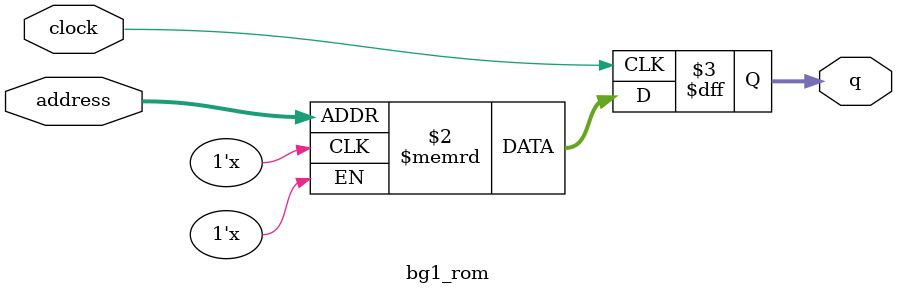
<source format=sv>
module bg1_rom (
	input logic clock,
	input logic [15:0] address,
	output logic [3:0] q
);

logic [3:0] memory [0:45839] /* synthesis ram_init_file = "./bg1/bg1.COE" */;

always_ff @ (posedge clock) begin
	q <= memory[address];
end

endmodule

</source>
